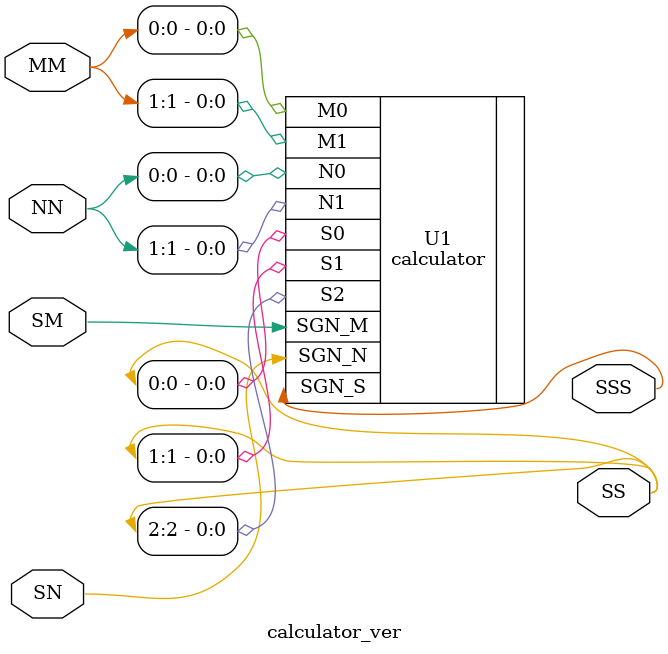
<source format=v>
`timescale 1ns / 1ps


module calculator_ver(
    input wire SM,
    input wire [1:0] MM,
    input wire SN,
    input wire [1:0] NN,
    output wire SSS,
    output wire [2:0] SS
    );

calculator U1(
    .SGN_M(SM), .M1(MM[1]), .M0(MM[0]),
    .SGN_N(SN), .N1(NN[1]), .N0(NN[0]),
    .SGN_S(SSS), .S2(SS[2]), .S1(SS[1]), .S0(SS[0])
    );

endmodule

</source>
